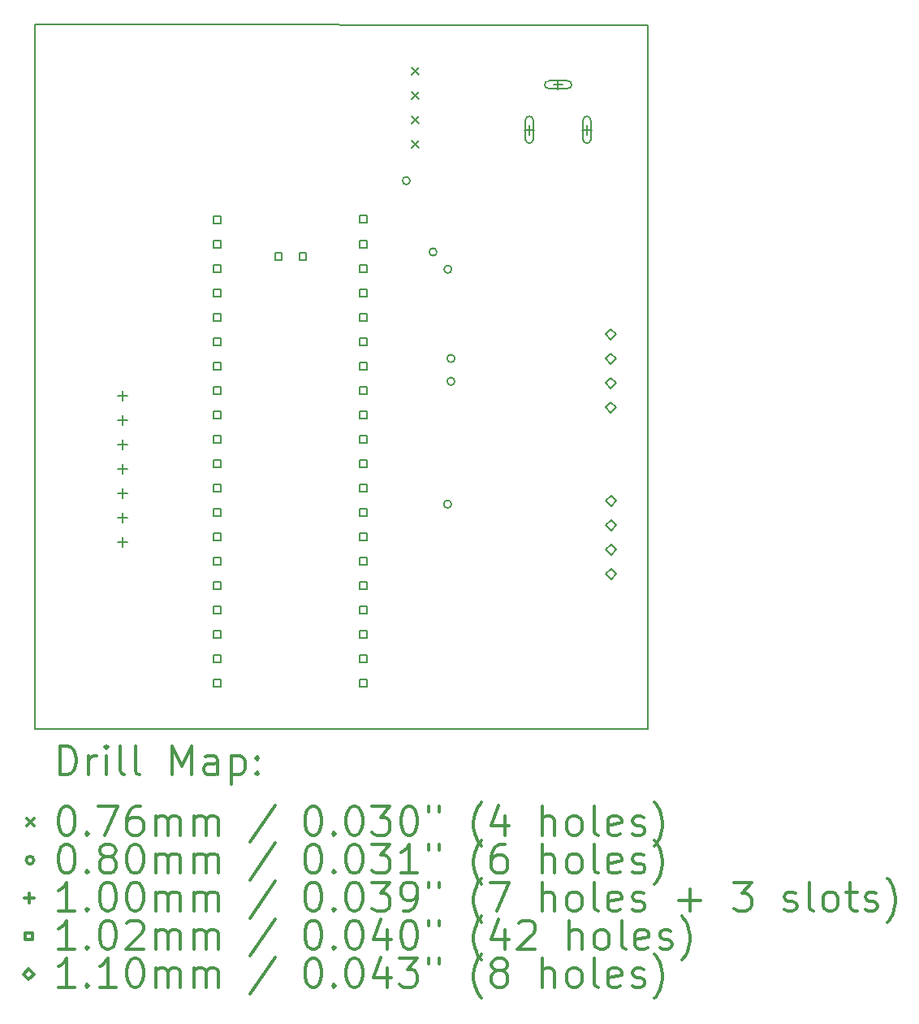
<source format=gbr>
%FSLAX45Y45*%
G04 Gerber Fmt 4.5, Leading zero omitted, Abs format (unit mm)*
G04 Created by KiCad (PCBNEW 4.0.7) date 03/22/18 21:02:01*
%MOMM*%
%LPD*%
G01*
G04 APERTURE LIST*
%ADD10C,0.127000*%
%ADD11C,0.150000*%
%ADD12C,0.200000*%
%ADD13C,0.300000*%
G04 APERTURE END LIST*
D10*
D11*
X-2500Y0D02*
X-7500Y7340000D01*
X6392500Y0D02*
X-2500Y0D01*
X6385000Y7332500D02*
X6392500Y0D01*
X-7500Y7340000D02*
X6385000Y7337500D01*
D12*
X3921900Y6891100D02*
X3998100Y6814900D01*
X3998100Y6891100D02*
X3921900Y6814900D01*
X3921900Y6637100D02*
X3998100Y6560900D01*
X3998100Y6637100D02*
X3921900Y6560900D01*
X3921900Y6383100D02*
X3998100Y6306900D01*
X3998100Y6383100D02*
X3921900Y6306900D01*
X3921900Y6129100D02*
X3998100Y6052900D01*
X3998100Y6129100D02*
X3921900Y6052900D01*
X3909087Y5714213D02*
G75*
G03X3909087Y5714213I-40000J0D01*
G01*
X4187922Y4972078D02*
G75*
G03X4187922Y4972078I-40000J0D01*
G01*
X4340000Y2345000D02*
G75*
G03X4340000Y2345000I-40000J0D01*
G01*
X4342585Y4792015D02*
G75*
G03X4342585Y4792015I-40000J0D01*
G01*
X4375000Y3862500D02*
G75*
G03X4375000Y3862500I-40000J0D01*
G01*
X4375000Y3625000D02*
G75*
G03X4375000Y3625000I-40000J0D01*
G01*
X907500Y3521000D02*
X907500Y3421000D01*
X857500Y3471000D02*
X957500Y3471000D01*
X907500Y3267000D02*
X907500Y3167000D01*
X857500Y3217000D02*
X957500Y3217000D01*
X907500Y3013000D02*
X907500Y2913000D01*
X857500Y2963000D02*
X957500Y2963000D01*
X907500Y2759000D02*
X907500Y2659000D01*
X857500Y2709000D02*
X957500Y2709000D01*
X907500Y2505000D02*
X907500Y2405000D01*
X857500Y2455000D02*
X957500Y2455000D01*
X907500Y2251000D02*
X907500Y2151000D01*
X857500Y2201000D02*
X957500Y2201000D01*
X907500Y1997000D02*
X907500Y1897000D01*
X857500Y1947000D02*
X957500Y1947000D01*
X5152500Y6295000D02*
X5152500Y6195000D01*
X5102500Y6245000D02*
X5202500Y6245000D01*
X5192500Y6145000D02*
X5192500Y6345000D01*
X5112500Y6145000D02*
X5112500Y6345000D01*
X5192500Y6345000D02*
G75*
G03X5112500Y6345000I-40000J0D01*
G01*
X5112500Y6145000D02*
G75*
G03X5192500Y6145000I40000J0D01*
G01*
X5452500Y6765000D02*
X5452500Y6665000D01*
X5402500Y6715000D02*
X5502500Y6715000D01*
X5552500Y6755000D02*
X5352500Y6755000D01*
X5552500Y6675000D02*
X5352500Y6675000D01*
X5352500Y6755000D02*
G75*
G03X5352500Y6675000I0J-40000D01*
G01*
X5552500Y6675000D02*
G75*
G03X5552500Y6755000I0J40000D01*
G01*
X5752500Y6295000D02*
X5752500Y6195000D01*
X5702500Y6245000D02*
X5802500Y6245000D01*
X5792500Y6145000D02*
X5792500Y6345000D01*
X5712500Y6145000D02*
X5712500Y6345000D01*
X5792500Y6345000D02*
G75*
G03X5712500Y6345000I-40000J0D01*
G01*
X5712500Y6145000D02*
G75*
G03X5792500Y6145000I40000J0D01*
G01*
X1934421Y5272579D02*
X1934421Y5344421D01*
X1862579Y5344421D01*
X1862579Y5272579D01*
X1934421Y5272579D01*
X1934421Y5018579D02*
X1934421Y5090421D01*
X1862579Y5090421D01*
X1862579Y5018579D01*
X1934421Y5018579D01*
X1934421Y4764579D02*
X1934421Y4836421D01*
X1862579Y4836421D01*
X1862579Y4764579D01*
X1934421Y4764579D01*
X1934421Y4510579D02*
X1934421Y4582421D01*
X1862579Y4582421D01*
X1862579Y4510579D01*
X1934421Y4510579D01*
X1934421Y4256579D02*
X1934421Y4328421D01*
X1862579Y4328421D01*
X1862579Y4256579D01*
X1934421Y4256579D01*
X1934421Y4002579D02*
X1934421Y4074421D01*
X1862579Y4074421D01*
X1862579Y4002579D01*
X1934421Y4002579D01*
X1934421Y3748579D02*
X1934421Y3820421D01*
X1862579Y3820421D01*
X1862579Y3748579D01*
X1934421Y3748579D01*
X1934421Y3494579D02*
X1934421Y3566421D01*
X1862579Y3566421D01*
X1862579Y3494579D01*
X1934421Y3494579D01*
X1934421Y3240579D02*
X1934421Y3312421D01*
X1862579Y3312421D01*
X1862579Y3240579D01*
X1934421Y3240579D01*
X1934421Y2986579D02*
X1934421Y3058421D01*
X1862579Y3058421D01*
X1862579Y2986579D01*
X1934421Y2986579D01*
X1934421Y2732579D02*
X1934421Y2804421D01*
X1862579Y2804421D01*
X1862579Y2732579D01*
X1934421Y2732579D01*
X1934421Y2478579D02*
X1934421Y2550421D01*
X1862579Y2550421D01*
X1862579Y2478579D01*
X1934421Y2478579D01*
X1934421Y2224579D02*
X1934421Y2296421D01*
X1862579Y2296421D01*
X1862579Y2224579D01*
X1934421Y2224579D01*
X1934421Y1970579D02*
X1934421Y2042421D01*
X1862579Y2042421D01*
X1862579Y1970579D01*
X1934421Y1970579D01*
X1934421Y1716579D02*
X1934421Y1788421D01*
X1862579Y1788421D01*
X1862579Y1716579D01*
X1934421Y1716579D01*
X1934421Y1462579D02*
X1934421Y1534421D01*
X1862579Y1534421D01*
X1862579Y1462579D01*
X1934421Y1462579D01*
X1934421Y1208579D02*
X1934421Y1280421D01*
X1862579Y1280421D01*
X1862579Y1208579D01*
X1934421Y1208579D01*
X1934421Y954579D02*
X1934421Y1026421D01*
X1862579Y1026421D01*
X1862579Y954579D01*
X1934421Y954579D01*
X1934421Y700579D02*
X1934421Y772421D01*
X1862579Y772421D01*
X1862579Y700579D01*
X1934421Y700579D01*
X1934421Y446579D02*
X1934421Y518421D01*
X1862579Y518421D01*
X1862579Y446579D01*
X1934421Y446579D01*
X2570421Y4891579D02*
X2570421Y4963421D01*
X2498579Y4963421D01*
X2498579Y4891579D01*
X2570421Y4891579D01*
X2824421Y4891579D02*
X2824421Y4963421D01*
X2752579Y4963421D01*
X2752579Y4891579D01*
X2824421Y4891579D01*
X3458421Y5277659D02*
X3458421Y5349501D01*
X3386579Y5349501D01*
X3386579Y5277659D01*
X3458421Y5277659D01*
X3458421Y5018579D02*
X3458421Y5090421D01*
X3386579Y5090421D01*
X3386579Y5018579D01*
X3458421Y5018579D01*
X3458421Y4764579D02*
X3458421Y4836421D01*
X3386579Y4836421D01*
X3386579Y4764579D01*
X3458421Y4764579D01*
X3458421Y4510579D02*
X3458421Y4582421D01*
X3386579Y4582421D01*
X3386579Y4510579D01*
X3458421Y4510579D01*
X3458421Y4256579D02*
X3458421Y4328421D01*
X3386579Y4328421D01*
X3386579Y4256579D01*
X3458421Y4256579D01*
X3458421Y4002579D02*
X3458421Y4074421D01*
X3386579Y4074421D01*
X3386579Y4002579D01*
X3458421Y4002579D01*
X3458421Y3748579D02*
X3458421Y3820421D01*
X3386579Y3820421D01*
X3386579Y3748579D01*
X3458421Y3748579D01*
X3458421Y3494579D02*
X3458421Y3566421D01*
X3386579Y3566421D01*
X3386579Y3494579D01*
X3458421Y3494579D01*
X3458421Y3240579D02*
X3458421Y3312421D01*
X3386579Y3312421D01*
X3386579Y3240579D01*
X3458421Y3240579D01*
X3458421Y2986579D02*
X3458421Y3058421D01*
X3386579Y3058421D01*
X3386579Y2986579D01*
X3458421Y2986579D01*
X3458421Y2732579D02*
X3458421Y2804421D01*
X3386579Y2804421D01*
X3386579Y2732579D01*
X3458421Y2732579D01*
X3458421Y2478579D02*
X3458421Y2550421D01*
X3386579Y2550421D01*
X3386579Y2478579D01*
X3458421Y2478579D01*
X3458421Y2224579D02*
X3458421Y2296421D01*
X3386579Y2296421D01*
X3386579Y2224579D01*
X3458421Y2224579D01*
X3458421Y1970579D02*
X3458421Y2042421D01*
X3386579Y2042421D01*
X3386579Y1970579D01*
X3458421Y1970579D01*
X3458421Y1716579D02*
X3458421Y1788421D01*
X3386579Y1788421D01*
X3386579Y1716579D01*
X3458421Y1716579D01*
X3458421Y1462579D02*
X3458421Y1534421D01*
X3386579Y1534421D01*
X3386579Y1462579D01*
X3458421Y1462579D01*
X3458421Y1208579D02*
X3458421Y1280421D01*
X3386579Y1280421D01*
X3386579Y1208579D01*
X3458421Y1208579D01*
X3458421Y954579D02*
X3458421Y1026421D01*
X3386579Y1026421D01*
X3386579Y954579D01*
X3458421Y954579D01*
X3458421Y700579D02*
X3458421Y772421D01*
X3386579Y772421D01*
X3386579Y700579D01*
X3458421Y700579D01*
X3458421Y446579D02*
X3458421Y518421D01*
X3386579Y518421D01*
X3386579Y446579D01*
X3458421Y446579D01*
X6002500Y4060636D02*
X6057364Y4115500D01*
X6002500Y4170364D01*
X5947636Y4115500D01*
X6002500Y4060636D01*
X6002500Y3806636D02*
X6057364Y3861500D01*
X6002500Y3916364D01*
X5947636Y3861500D01*
X6002500Y3806636D01*
X6002500Y3552636D02*
X6057364Y3607500D01*
X6002500Y3662364D01*
X5947636Y3607500D01*
X6002500Y3552636D01*
X6002500Y3298636D02*
X6057364Y3353500D01*
X6002500Y3408364D01*
X5947636Y3353500D01*
X6002500Y3298636D01*
X6005000Y2326636D02*
X6059864Y2381500D01*
X6005000Y2436364D01*
X5950136Y2381500D01*
X6005000Y2326636D01*
X6005000Y2072636D02*
X6059864Y2127500D01*
X6005000Y2182364D01*
X5950136Y2127500D01*
X6005000Y2072636D01*
X6005000Y1818636D02*
X6059864Y1873500D01*
X6005000Y1928364D01*
X5950136Y1873500D01*
X6005000Y1818636D01*
X6005000Y1564636D02*
X6059864Y1619500D01*
X6005000Y1674364D01*
X5950136Y1619500D01*
X6005000Y1564636D01*
D13*
X256428Y-473214D02*
X256428Y-173214D01*
X327857Y-173214D01*
X370714Y-187500D01*
X399286Y-216071D01*
X413571Y-244643D01*
X427857Y-301786D01*
X427857Y-344643D01*
X413571Y-401786D01*
X399286Y-430357D01*
X370714Y-458929D01*
X327857Y-473214D01*
X256428Y-473214D01*
X556429Y-473214D02*
X556429Y-273214D01*
X556429Y-330357D02*
X570714Y-301786D01*
X585000Y-287500D01*
X613571Y-273214D01*
X642143Y-273214D01*
X742143Y-473214D02*
X742143Y-273214D01*
X742143Y-173214D02*
X727857Y-187500D01*
X742143Y-201786D01*
X756428Y-187500D01*
X742143Y-173214D01*
X742143Y-201786D01*
X927857Y-473214D02*
X899286Y-458929D01*
X885000Y-430357D01*
X885000Y-173214D01*
X1085000Y-473214D02*
X1056429Y-458929D01*
X1042143Y-430357D01*
X1042143Y-173214D01*
X1427857Y-473214D02*
X1427857Y-173214D01*
X1527857Y-387500D01*
X1627857Y-173214D01*
X1627857Y-473214D01*
X1899286Y-473214D02*
X1899286Y-316072D01*
X1885000Y-287500D01*
X1856428Y-273214D01*
X1799286Y-273214D01*
X1770714Y-287500D01*
X1899286Y-458929D02*
X1870714Y-473214D01*
X1799286Y-473214D01*
X1770714Y-458929D01*
X1756428Y-430357D01*
X1756428Y-401786D01*
X1770714Y-373214D01*
X1799286Y-358929D01*
X1870714Y-358929D01*
X1899286Y-344643D01*
X2042143Y-273214D02*
X2042143Y-573214D01*
X2042143Y-287500D02*
X2070714Y-273214D01*
X2127857Y-273214D01*
X2156429Y-287500D01*
X2170714Y-301786D01*
X2185000Y-330357D01*
X2185000Y-416071D01*
X2170714Y-444643D01*
X2156429Y-458929D01*
X2127857Y-473214D01*
X2070714Y-473214D01*
X2042143Y-458929D01*
X2313571Y-444643D02*
X2327857Y-458929D01*
X2313571Y-473214D01*
X2299286Y-458929D01*
X2313571Y-444643D01*
X2313571Y-473214D01*
X2313571Y-287500D02*
X2327857Y-301786D01*
X2313571Y-316072D01*
X2299286Y-301786D01*
X2313571Y-287500D01*
X2313571Y-316072D01*
X-91200Y-929400D02*
X-15000Y-1005600D01*
X-15000Y-929400D02*
X-91200Y-1005600D01*
X313571Y-803214D02*
X342143Y-803214D01*
X370714Y-817500D01*
X385000Y-831786D01*
X399286Y-860357D01*
X413571Y-917500D01*
X413571Y-988929D01*
X399286Y-1046071D01*
X385000Y-1074643D01*
X370714Y-1088929D01*
X342143Y-1103214D01*
X313571Y-1103214D01*
X285000Y-1088929D01*
X270714Y-1074643D01*
X256428Y-1046071D01*
X242143Y-988929D01*
X242143Y-917500D01*
X256428Y-860357D01*
X270714Y-831786D01*
X285000Y-817500D01*
X313571Y-803214D01*
X542143Y-1074643D02*
X556429Y-1088929D01*
X542143Y-1103214D01*
X527857Y-1088929D01*
X542143Y-1074643D01*
X542143Y-1103214D01*
X656428Y-803214D02*
X856428Y-803214D01*
X727857Y-1103214D01*
X1099286Y-803214D02*
X1042143Y-803214D01*
X1013571Y-817500D01*
X999286Y-831786D01*
X970714Y-874643D01*
X956428Y-931786D01*
X956428Y-1046071D01*
X970714Y-1074643D01*
X985000Y-1088929D01*
X1013571Y-1103214D01*
X1070714Y-1103214D01*
X1099286Y-1088929D01*
X1113571Y-1074643D01*
X1127857Y-1046071D01*
X1127857Y-974643D01*
X1113571Y-946071D01*
X1099286Y-931786D01*
X1070714Y-917500D01*
X1013571Y-917500D01*
X985000Y-931786D01*
X970714Y-946071D01*
X956428Y-974643D01*
X1256429Y-1103214D02*
X1256429Y-903214D01*
X1256429Y-931786D02*
X1270714Y-917500D01*
X1299286Y-903214D01*
X1342143Y-903214D01*
X1370714Y-917500D01*
X1385000Y-946071D01*
X1385000Y-1103214D01*
X1385000Y-946071D02*
X1399286Y-917500D01*
X1427857Y-903214D01*
X1470714Y-903214D01*
X1499286Y-917500D01*
X1513571Y-946071D01*
X1513571Y-1103214D01*
X1656428Y-1103214D02*
X1656428Y-903214D01*
X1656428Y-931786D02*
X1670714Y-917500D01*
X1699286Y-903214D01*
X1742143Y-903214D01*
X1770714Y-917500D01*
X1785000Y-946071D01*
X1785000Y-1103214D01*
X1785000Y-946071D02*
X1799286Y-917500D01*
X1827857Y-903214D01*
X1870714Y-903214D01*
X1899286Y-917500D01*
X1913571Y-946071D01*
X1913571Y-1103214D01*
X2499286Y-788929D02*
X2242143Y-1174643D01*
X2885000Y-803214D02*
X2913571Y-803214D01*
X2942143Y-817500D01*
X2956428Y-831786D01*
X2970714Y-860357D01*
X2985000Y-917500D01*
X2985000Y-988929D01*
X2970714Y-1046071D01*
X2956428Y-1074643D01*
X2942143Y-1088929D01*
X2913571Y-1103214D01*
X2885000Y-1103214D01*
X2856428Y-1088929D01*
X2842143Y-1074643D01*
X2827857Y-1046071D01*
X2813571Y-988929D01*
X2813571Y-917500D01*
X2827857Y-860357D01*
X2842143Y-831786D01*
X2856428Y-817500D01*
X2885000Y-803214D01*
X3113571Y-1074643D02*
X3127857Y-1088929D01*
X3113571Y-1103214D01*
X3099286Y-1088929D01*
X3113571Y-1074643D01*
X3113571Y-1103214D01*
X3313571Y-803214D02*
X3342143Y-803214D01*
X3370714Y-817500D01*
X3385000Y-831786D01*
X3399285Y-860357D01*
X3413571Y-917500D01*
X3413571Y-988929D01*
X3399285Y-1046071D01*
X3385000Y-1074643D01*
X3370714Y-1088929D01*
X3342143Y-1103214D01*
X3313571Y-1103214D01*
X3285000Y-1088929D01*
X3270714Y-1074643D01*
X3256428Y-1046071D01*
X3242143Y-988929D01*
X3242143Y-917500D01*
X3256428Y-860357D01*
X3270714Y-831786D01*
X3285000Y-817500D01*
X3313571Y-803214D01*
X3513571Y-803214D02*
X3699285Y-803214D01*
X3599285Y-917500D01*
X3642143Y-917500D01*
X3670714Y-931786D01*
X3685000Y-946071D01*
X3699285Y-974643D01*
X3699285Y-1046071D01*
X3685000Y-1074643D01*
X3670714Y-1088929D01*
X3642143Y-1103214D01*
X3556428Y-1103214D01*
X3527857Y-1088929D01*
X3513571Y-1074643D01*
X3885000Y-803214D02*
X3913571Y-803214D01*
X3942143Y-817500D01*
X3956428Y-831786D01*
X3970714Y-860357D01*
X3985000Y-917500D01*
X3985000Y-988929D01*
X3970714Y-1046071D01*
X3956428Y-1074643D01*
X3942143Y-1088929D01*
X3913571Y-1103214D01*
X3885000Y-1103214D01*
X3856428Y-1088929D01*
X3842143Y-1074643D01*
X3827857Y-1046071D01*
X3813571Y-988929D01*
X3813571Y-917500D01*
X3827857Y-860357D01*
X3842143Y-831786D01*
X3856428Y-817500D01*
X3885000Y-803214D01*
X4099286Y-803214D02*
X4099286Y-860357D01*
X4213571Y-803214D02*
X4213571Y-860357D01*
X4656428Y-1217500D02*
X4642143Y-1203214D01*
X4613571Y-1160357D01*
X4599286Y-1131786D01*
X4585000Y-1088929D01*
X4570714Y-1017500D01*
X4570714Y-960357D01*
X4585000Y-888929D01*
X4599286Y-846071D01*
X4613571Y-817500D01*
X4642143Y-774643D01*
X4656428Y-760357D01*
X4899286Y-903214D02*
X4899286Y-1103214D01*
X4827857Y-788929D02*
X4756428Y-1003214D01*
X4942143Y-1003214D01*
X5285000Y-1103214D02*
X5285000Y-803214D01*
X5413571Y-1103214D02*
X5413571Y-946071D01*
X5399286Y-917500D01*
X5370714Y-903214D01*
X5327857Y-903214D01*
X5299286Y-917500D01*
X5285000Y-931786D01*
X5599285Y-1103214D02*
X5570714Y-1088929D01*
X5556428Y-1074643D01*
X5542143Y-1046071D01*
X5542143Y-960357D01*
X5556428Y-931786D01*
X5570714Y-917500D01*
X5599285Y-903214D01*
X5642143Y-903214D01*
X5670714Y-917500D01*
X5685000Y-931786D01*
X5699285Y-960357D01*
X5699285Y-1046071D01*
X5685000Y-1074643D01*
X5670714Y-1088929D01*
X5642143Y-1103214D01*
X5599285Y-1103214D01*
X5870714Y-1103214D02*
X5842143Y-1088929D01*
X5827857Y-1060357D01*
X5827857Y-803214D01*
X6099286Y-1088929D02*
X6070714Y-1103214D01*
X6013571Y-1103214D01*
X5985000Y-1088929D01*
X5970714Y-1060357D01*
X5970714Y-946071D01*
X5985000Y-917500D01*
X6013571Y-903214D01*
X6070714Y-903214D01*
X6099286Y-917500D01*
X6113571Y-946071D01*
X6113571Y-974643D01*
X5970714Y-1003214D01*
X6227857Y-1088929D02*
X6256428Y-1103214D01*
X6313571Y-1103214D01*
X6342143Y-1088929D01*
X6356428Y-1060357D01*
X6356428Y-1046071D01*
X6342143Y-1017500D01*
X6313571Y-1003214D01*
X6270714Y-1003214D01*
X6242143Y-988929D01*
X6227857Y-960357D01*
X6227857Y-946071D01*
X6242143Y-917500D01*
X6270714Y-903214D01*
X6313571Y-903214D01*
X6342143Y-917500D01*
X6456428Y-1217500D02*
X6470714Y-1203214D01*
X6499286Y-1160357D01*
X6513571Y-1131786D01*
X6527857Y-1088929D01*
X6542143Y-1017500D01*
X6542143Y-960357D01*
X6527857Y-888929D01*
X6513571Y-846071D01*
X6499286Y-817500D01*
X6470714Y-774643D01*
X6456428Y-760357D01*
X-15000Y-1363500D02*
G75*
G03X-15000Y-1363500I-40000J0D01*
G01*
X313571Y-1199214D02*
X342143Y-1199214D01*
X370714Y-1213500D01*
X385000Y-1227786D01*
X399286Y-1256357D01*
X413571Y-1313500D01*
X413571Y-1384929D01*
X399286Y-1442071D01*
X385000Y-1470643D01*
X370714Y-1484929D01*
X342143Y-1499214D01*
X313571Y-1499214D01*
X285000Y-1484929D01*
X270714Y-1470643D01*
X256428Y-1442071D01*
X242143Y-1384929D01*
X242143Y-1313500D01*
X256428Y-1256357D01*
X270714Y-1227786D01*
X285000Y-1213500D01*
X313571Y-1199214D01*
X542143Y-1470643D02*
X556429Y-1484929D01*
X542143Y-1499214D01*
X527857Y-1484929D01*
X542143Y-1470643D01*
X542143Y-1499214D01*
X727857Y-1327786D02*
X699286Y-1313500D01*
X685000Y-1299214D01*
X670714Y-1270643D01*
X670714Y-1256357D01*
X685000Y-1227786D01*
X699286Y-1213500D01*
X727857Y-1199214D01*
X785000Y-1199214D01*
X813571Y-1213500D01*
X827857Y-1227786D01*
X842143Y-1256357D01*
X842143Y-1270643D01*
X827857Y-1299214D01*
X813571Y-1313500D01*
X785000Y-1327786D01*
X727857Y-1327786D01*
X699286Y-1342072D01*
X685000Y-1356357D01*
X670714Y-1384929D01*
X670714Y-1442071D01*
X685000Y-1470643D01*
X699286Y-1484929D01*
X727857Y-1499214D01*
X785000Y-1499214D01*
X813571Y-1484929D01*
X827857Y-1470643D01*
X842143Y-1442071D01*
X842143Y-1384929D01*
X827857Y-1356357D01*
X813571Y-1342072D01*
X785000Y-1327786D01*
X1027857Y-1199214D02*
X1056429Y-1199214D01*
X1085000Y-1213500D01*
X1099286Y-1227786D01*
X1113571Y-1256357D01*
X1127857Y-1313500D01*
X1127857Y-1384929D01*
X1113571Y-1442071D01*
X1099286Y-1470643D01*
X1085000Y-1484929D01*
X1056429Y-1499214D01*
X1027857Y-1499214D01*
X999286Y-1484929D01*
X985000Y-1470643D01*
X970714Y-1442071D01*
X956428Y-1384929D01*
X956428Y-1313500D01*
X970714Y-1256357D01*
X985000Y-1227786D01*
X999286Y-1213500D01*
X1027857Y-1199214D01*
X1256429Y-1499214D02*
X1256429Y-1299214D01*
X1256429Y-1327786D02*
X1270714Y-1313500D01*
X1299286Y-1299214D01*
X1342143Y-1299214D01*
X1370714Y-1313500D01*
X1385000Y-1342072D01*
X1385000Y-1499214D01*
X1385000Y-1342072D02*
X1399286Y-1313500D01*
X1427857Y-1299214D01*
X1470714Y-1299214D01*
X1499286Y-1313500D01*
X1513571Y-1342072D01*
X1513571Y-1499214D01*
X1656428Y-1499214D02*
X1656428Y-1299214D01*
X1656428Y-1327786D02*
X1670714Y-1313500D01*
X1699286Y-1299214D01*
X1742143Y-1299214D01*
X1770714Y-1313500D01*
X1785000Y-1342072D01*
X1785000Y-1499214D01*
X1785000Y-1342072D02*
X1799286Y-1313500D01*
X1827857Y-1299214D01*
X1870714Y-1299214D01*
X1899286Y-1313500D01*
X1913571Y-1342072D01*
X1913571Y-1499214D01*
X2499286Y-1184929D02*
X2242143Y-1570643D01*
X2885000Y-1199214D02*
X2913571Y-1199214D01*
X2942143Y-1213500D01*
X2956428Y-1227786D01*
X2970714Y-1256357D01*
X2985000Y-1313500D01*
X2985000Y-1384929D01*
X2970714Y-1442071D01*
X2956428Y-1470643D01*
X2942143Y-1484929D01*
X2913571Y-1499214D01*
X2885000Y-1499214D01*
X2856428Y-1484929D01*
X2842143Y-1470643D01*
X2827857Y-1442071D01*
X2813571Y-1384929D01*
X2813571Y-1313500D01*
X2827857Y-1256357D01*
X2842143Y-1227786D01*
X2856428Y-1213500D01*
X2885000Y-1199214D01*
X3113571Y-1470643D02*
X3127857Y-1484929D01*
X3113571Y-1499214D01*
X3099286Y-1484929D01*
X3113571Y-1470643D01*
X3113571Y-1499214D01*
X3313571Y-1199214D02*
X3342143Y-1199214D01*
X3370714Y-1213500D01*
X3385000Y-1227786D01*
X3399285Y-1256357D01*
X3413571Y-1313500D01*
X3413571Y-1384929D01*
X3399285Y-1442071D01*
X3385000Y-1470643D01*
X3370714Y-1484929D01*
X3342143Y-1499214D01*
X3313571Y-1499214D01*
X3285000Y-1484929D01*
X3270714Y-1470643D01*
X3256428Y-1442071D01*
X3242143Y-1384929D01*
X3242143Y-1313500D01*
X3256428Y-1256357D01*
X3270714Y-1227786D01*
X3285000Y-1213500D01*
X3313571Y-1199214D01*
X3513571Y-1199214D02*
X3699285Y-1199214D01*
X3599285Y-1313500D01*
X3642143Y-1313500D01*
X3670714Y-1327786D01*
X3685000Y-1342072D01*
X3699285Y-1370643D01*
X3699285Y-1442071D01*
X3685000Y-1470643D01*
X3670714Y-1484929D01*
X3642143Y-1499214D01*
X3556428Y-1499214D01*
X3527857Y-1484929D01*
X3513571Y-1470643D01*
X3985000Y-1499214D02*
X3813571Y-1499214D01*
X3899285Y-1499214D02*
X3899285Y-1199214D01*
X3870714Y-1242072D01*
X3842143Y-1270643D01*
X3813571Y-1284929D01*
X4099286Y-1199214D02*
X4099286Y-1256357D01*
X4213571Y-1199214D02*
X4213571Y-1256357D01*
X4656428Y-1613500D02*
X4642143Y-1599214D01*
X4613571Y-1556357D01*
X4599286Y-1527786D01*
X4585000Y-1484929D01*
X4570714Y-1413500D01*
X4570714Y-1356357D01*
X4585000Y-1284929D01*
X4599286Y-1242072D01*
X4613571Y-1213500D01*
X4642143Y-1170643D01*
X4656428Y-1156357D01*
X4899286Y-1199214D02*
X4842143Y-1199214D01*
X4813571Y-1213500D01*
X4799286Y-1227786D01*
X4770714Y-1270643D01*
X4756428Y-1327786D01*
X4756428Y-1442071D01*
X4770714Y-1470643D01*
X4785000Y-1484929D01*
X4813571Y-1499214D01*
X4870714Y-1499214D01*
X4899286Y-1484929D01*
X4913571Y-1470643D01*
X4927857Y-1442071D01*
X4927857Y-1370643D01*
X4913571Y-1342072D01*
X4899286Y-1327786D01*
X4870714Y-1313500D01*
X4813571Y-1313500D01*
X4785000Y-1327786D01*
X4770714Y-1342072D01*
X4756428Y-1370643D01*
X5285000Y-1499214D02*
X5285000Y-1199214D01*
X5413571Y-1499214D02*
X5413571Y-1342072D01*
X5399286Y-1313500D01*
X5370714Y-1299214D01*
X5327857Y-1299214D01*
X5299286Y-1313500D01*
X5285000Y-1327786D01*
X5599285Y-1499214D02*
X5570714Y-1484929D01*
X5556428Y-1470643D01*
X5542143Y-1442071D01*
X5542143Y-1356357D01*
X5556428Y-1327786D01*
X5570714Y-1313500D01*
X5599285Y-1299214D01*
X5642143Y-1299214D01*
X5670714Y-1313500D01*
X5685000Y-1327786D01*
X5699285Y-1356357D01*
X5699285Y-1442071D01*
X5685000Y-1470643D01*
X5670714Y-1484929D01*
X5642143Y-1499214D01*
X5599285Y-1499214D01*
X5870714Y-1499214D02*
X5842143Y-1484929D01*
X5827857Y-1456357D01*
X5827857Y-1199214D01*
X6099286Y-1484929D02*
X6070714Y-1499214D01*
X6013571Y-1499214D01*
X5985000Y-1484929D01*
X5970714Y-1456357D01*
X5970714Y-1342072D01*
X5985000Y-1313500D01*
X6013571Y-1299214D01*
X6070714Y-1299214D01*
X6099286Y-1313500D01*
X6113571Y-1342072D01*
X6113571Y-1370643D01*
X5970714Y-1399214D01*
X6227857Y-1484929D02*
X6256428Y-1499214D01*
X6313571Y-1499214D01*
X6342143Y-1484929D01*
X6356428Y-1456357D01*
X6356428Y-1442071D01*
X6342143Y-1413500D01*
X6313571Y-1399214D01*
X6270714Y-1399214D01*
X6242143Y-1384929D01*
X6227857Y-1356357D01*
X6227857Y-1342072D01*
X6242143Y-1313500D01*
X6270714Y-1299214D01*
X6313571Y-1299214D01*
X6342143Y-1313500D01*
X6456428Y-1613500D02*
X6470714Y-1599214D01*
X6499286Y-1556357D01*
X6513571Y-1527786D01*
X6527857Y-1484929D01*
X6542143Y-1413500D01*
X6542143Y-1356357D01*
X6527857Y-1284929D01*
X6513571Y-1242072D01*
X6499286Y-1213500D01*
X6470714Y-1170643D01*
X6456428Y-1156357D01*
X-65000Y-1709500D02*
X-65000Y-1809500D01*
X-115000Y-1759500D02*
X-15000Y-1759500D01*
X413571Y-1895214D02*
X242143Y-1895214D01*
X327857Y-1895214D02*
X327857Y-1595214D01*
X299286Y-1638071D01*
X270714Y-1666643D01*
X242143Y-1680929D01*
X542143Y-1866643D02*
X556429Y-1880929D01*
X542143Y-1895214D01*
X527857Y-1880929D01*
X542143Y-1866643D01*
X542143Y-1895214D01*
X742143Y-1595214D02*
X770714Y-1595214D01*
X799286Y-1609500D01*
X813571Y-1623786D01*
X827857Y-1652357D01*
X842143Y-1709500D01*
X842143Y-1780929D01*
X827857Y-1838071D01*
X813571Y-1866643D01*
X799286Y-1880929D01*
X770714Y-1895214D01*
X742143Y-1895214D01*
X713571Y-1880929D01*
X699286Y-1866643D01*
X685000Y-1838071D01*
X670714Y-1780929D01*
X670714Y-1709500D01*
X685000Y-1652357D01*
X699286Y-1623786D01*
X713571Y-1609500D01*
X742143Y-1595214D01*
X1027857Y-1595214D02*
X1056429Y-1595214D01*
X1085000Y-1609500D01*
X1099286Y-1623786D01*
X1113571Y-1652357D01*
X1127857Y-1709500D01*
X1127857Y-1780929D01*
X1113571Y-1838071D01*
X1099286Y-1866643D01*
X1085000Y-1880929D01*
X1056429Y-1895214D01*
X1027857Y-1895214D01*
X999286Y-1880929D01*
X985000Y-1866643D01*
X970714Y-1838071D01*
X956428Y-1780929D01*
X956428Y-1709500D01*
X970714Y-1652357D01*
X985000Y-1623786D01*
X999286Y-1609500D01*
X1027857Y-1595214D01*
X1256429Y-1895214D02*
X1256429Y-1695214D01*
X1256429Y-1723786D02*
X1270714Y-1709500D01*
X1299286Y-1695214D01*
X1342143Y-1695214D01*
X1370714Y-1709500D01*
X1385000Y-1738071D01*
X1385000Y-1895214D01*
X1385000Y-1738071D02*
X1399286Y-1709500D01*
X1427857Y-1695214D01*
X1470714Y-1695214D01*
X1499286Y-1709500D01*
X1513571Y-1738071D01*
X1513571Y-1895214D01*
X1656428Y-1895214D02*
X1656428Y-1695214D01*
X1656428Y-1723786D02*
X1670714Y-1709500D01*
X1699286Y-1695214D01*
X1742143Y-1695214D01*
X1770714Y-1709500D01*
X1785000Y-1738071D01*
X1785000Y-1895214D01*
X1785000Y-1738071D02*
X1799286Y-1709500D01*
X1827857Y-1695214D01*
X1870714Y-1695214D01*
X1899286Y-1709500D01*
X1913571Y-1738071D01*
X1913571Y-1895214D01*
X2499286Y-1580929D02*
X2242143Y-1966643D01*
X2885000Y-1595214D02*
X2913571Y-1595214D01*
X2942143Y-1609500D01*
X2956428Y-1623786D01*
X2970714Y-1652357D01*
X2985000Y-1709500D01*
X2985000Y-1780929D01*
X2970714Y-1838071D01*
X2956428Y-1866643D01*
X2942143Y-1880929D01*
X2913571Y-1895214D01*
X2885000Y-1895214D01*
X2856428Y-1880929D01*
X2842143Y-1866643D01*
X2827857Y-1838071D01*
X2813571Y-1780929D01*
X2813571Y-1709500D01*
X2827857Y-1652357D01*
X2842143Y-1623786D01*
X2856428Y-1609500D01*
X2885000Y-1595214D01*
X3113571Y-1866643D02*
X3127857Y-1880929D01*
X3113571Y-1895214D01*
X3099286Y-1880929D01*
X3113571Y-1866643D01*
X3113571Y-1895214D01*
X3313571Y-1595214D02*
X3342143Y-1595214D01*
X3370714Y-1609500D01*
X3385000Y-1623786D01*
X3399285Y-1652357D01*
X3413571Y-1709500D01*
X3413571Y-1780929D01*
X3399285Y-1838071D01*
X3385000Y-1866643D01*
X3370714Y-1880929D01*
X3342143Y-1895214D01*
X3313571Y-1895214D01*
X3285000Y-1880929D01*
X3270714Y-1866643D01*
X3256428Y-1838071D01*
X3242143Y-1780929D01*
X3242143Y-1709500D01*
X3256428Y-1652357D01*
X3270714Y-1623786D01*
X3285000Y-1609500D01*
X3313571Y-1595214D01*
X3513571Y-1595214D02*
X3699285Y-1595214D01*
X3599285Y-1709500D01*
X3642143Y-1709500D01*
X3670714Y-1723786D01*
X3685000Y-1738071D01*
X3699285Y-1766643D01*
X3699285Y-1838071D01*
X3685000Y-1866643D01*
X3670714Y-1880929D01*
X3642143Y-1895214D01*
X3556428Y-1895214D01*
X3527857Y-1880929D01*
X3513571Y-1866643D01*
X3842143Y-1895214D02*
X3899285Y-1895214D01*
X3927857Y-1880929D01*
X3942143Y-1866643D01*
X3970714Y-1823786D01*
X3985000Y-1766643D01*
X3985000Y-1652357D01*
X3970714Y-1623786D01*
X3956428Y-1609500D01*
X3927857Y-1595214D01*
X3870714Y-1595214D01*
X3842143Y-1609500D01*
X3827857Y-1623786D01*
X3813571Y-1652357D01*
X3813571Y-1723786D01*
X3827857Y-1752357D01*
X3842143Y-1766643D01*
X3870714Y-1780929D01*
X3927857Y-1780929D01*
X3956428Y-1766643D01*
X3970714Y-1752357D01*
X3985000Y-1723786D01*
X4099286Y-1595214D02*
X4099286Y-1652357D01*
X4213571Y-1595214D02*
X4213571Y-1652357D01*
X4656428Y-2009500D02*
X4642143Y-1995214D01*
X4613571Y-1952357D01*
X4599286Y-1923786D01*
X4585000Y-1880929D01*
X4570714Y-1809500D01*
X4570714Y-1752357D01*
X4585000Y-1680929D01*
X4599286Y-1638071D01*
X4613571Y-1609500D01*
X4642143Y-1566643D01*
X4656428Y-1552357D01*
X4742143Y-1595214D02*
X4942143Y-1595214D01*
X4813571Y-1895214D01*
X5285000Y-1895214D02*
X5285000Y-1595214D01*
X5413571Y-1895214D02*
X5413571Y-1738071D01*
X5399286Y-1709500D01*
X5370714Y-1695214D01*
X5327857Y-1695214D01*
X5299286Y-1709500D01*
X5285000Y-1723786D01*
X5599285Y-1895214D02*
X5570714Y-1880929D01*
X5556428Y-1866643D01*
X5542143Y-1838071D01*
X5542143Y-1752357D01*
X5556428Y-1723786D01*
X5570714Y-1709500D01*
X5599285Y-1695214D01*
X5642143Y-1695214D01*
X5670714Y-1709500D01*
X5685000Y-1723786D01*
X5699285Y-1752357D01*
X5699285Y-1838071D01*
X5685000Y-1866643D01*
X5670714Y-1880929D01*
X5642143Y-1895214D01*
X5599285Y-1895214D01*
X5870714Y-1895214D02*
X5842143Y-1880929D01*
X5827857Y-1852357D01*
X5827857Y-1595214D01*
X6099286Y-1880929D02*
X6070714Y-1895214D01*
X6013571Y-1895214D01*
X5985000Y-1880929D01*
X5970714Y-1852357D01*
X5970714Y-1738071D01*
X5985000Y-1709500D01*
X6013571Y-1695214D01*
X6070714Y-1695214D01*
X6099286Y-1709500D01*
X6113571Y-1738071D01*
X6113571Y-1766643D01*
X5970714Y-1795214D01*
X6227857Y-1880929D02*
X6256428Y-1895214D01*
X6313571Y-1895214D01*
X6342143Y-1880929D01*
X6356428Y-1852357D01*
X6356428Y-1838071D01*
X6342143Y-1809500D01*
X6313571Y-1795214D01*
X6270714Y-1795214D01*
X6242143Y-1780929D01*
X6227857Y-1752357D01*
X6227857Y-1738071D01*
X6242143Y-1709500D01*
X6270714Y-1695214D01*
X6313571Y-1695214D01*
X6342143Y-1709500D01*
X6713571Y-1780929D02*
X6942143Y-1780929D01*
X6827857Y-1895214D02*
X6827857Y-1666643D01*
X7285000Y-1595214D02*
X7470714Y-1595214D01*
X7370714Y-1709500D01*
X7413571Y-1709500D01*
X7442143Y-1723786D01*
X7456428Y-1738071D01*
X7470714Y-1766643D01*
X7470714Y-1838071D01*
X7456428Y-1866643D01*
X7442143Y-1880929D01*
X7413571Y-1895214D01*
X7327857Y-1895214D01*
X7299286Y-1880929D01*
X7285000Y-1866643D01*
X7813571Y-1880929D02*
X7842143Y-1895214D01*
X7899285Y-1895214D01*
X7927857Y-1880929D01*
X7942143Y-1852357D01*
X7942143Y-1838071D01*
X7927857Y-1809500D01*
X7899285Y-1795214D01*
X7856428Y-1795214D01*
X7827857Y-1780929D01*
X7813571Y-1752357D01*
X7813571Y-1738071D01*
X7827857Y-1709500D01*
X7856428Y-1695214D01*
X7899285Y-1695214D01*
X7927857Y-1709500D01*
X8113571Y-1895214D02*
X8085000Y-1880929D01*
X8070714Y-1852357D01*
X8070714Y-1595214D01*
X8270714Y-1895214D02*
X8242143Y-1880929D01*
X8227857Y-1866643D01*
X8213571Y-1838071D01*
X8213571Y-1752357D01*
X8227857Y-1723786D01*
X8242143Y-1709500D01*
X8270714Y-1695214D01*
X8313571Y-1695214D01*
X8342143Y-1709500D01*
X8356428Y-1723786D01*
X8370714Y-1752357D01*
X8370714Y-1838071D01*
X8356428Y-1866643D01*
X8342143Y-1880929D01*
X8313571Y-1895214D01*
X8270714Y-1895214D01*
X8456428Y-1695214D02*
X8570714Y-1695214D01*
X8499286Y-1595214D02*
X8499286Y-1852357D01*
X8513571Y-1880929D01*
X8542143Y-1895214D01*
X8570714Y-1895214D01*
X8656429Y-1880929D02*
X8685000Y-1895214D01*
X8742143Y-1895214D01*
X8770714Y-1880929D01*
X8785000Y-1852357D01*
X8785000Y-1838071D01*
X8770714Y-1809500D01*
X8742143Y-1795214D01*
X8699286Y-1795214D01*
X8670714Y-1780929D01*
X8656429Y-1752357D01*
X8656429Y-1738071D01*
X8670714Y-1709500D01*
X8699286Y-1695214D01*
X8742143Y-1695214D01*
X8770714Y-1709500D01*
X8885000Y-2009500D02*
X8899286Y-1995214D01*
X8927857Y-1952357D01*
X8942143Y-1923786D01*
X8956428Y-1880929D01*
X8970714Y-1809500D01*
X8970714Y-1752357D01*
X8956428Y-1680929D01*
X8942143Y-1638071D01*
X8927857Y-1609500D01*
X8899286Y-1566643D01*
X8885000Y-1552357D01*
X-29879Y-2191422D02*
X-29879Y-2119579D01*
X-101721Y-2119579D01*
X-101721Y-2191422D01*
X-29879Y-2191422D01*
X413571Y-2291214D02*
X242143Y-2291214D01*
X327857Y-2291214D02*
X327857Y-1991214D01*
X299286Y-2034071D01*
X270714Y-2062643D01*
X242143Y-2076929D01*
X542143Y-2262643D02*
X556429Y-2276929D01*
X542143Y-2291214D01*
X527857Y-2276929D01*
X542143Y-2262643D01*
X542143Y-2291214D01*
X742143Y-1991214D02*
X770714Y-1991214D01*
X799286Y-2005500D01*
X813571Y-2019786D01*
X827857Y-2048357D01*
X842143Y-2105500D01*
X842143Y-2176929D01*
X827857Y-2234072D01*
X813571Y-2262643D01*
X799286Y-2276929D01*
X770714Y-2291214D01*
X742143Y-2291214D01*
X713571Y-2276929D01*
X699286Y-2262643D01*
X685000Y-2234072D01*
X670714Y-2176929D01*
X670714Y-2105500D01*
X685000Y-2048357D01*
X699286Y-2019786D01*
X713571Y-2005500D01*
X742143Y-1991214D01*
X956428Y-2019786D02*
X970714Y-2005500D01*
X999286Y-1991214D01*
X1070714Y-1991214D01*
X1099286Y-2005500D01*
X1113571Y-2019786D01*
X1127857Y-2048357D01*
X1127857Y-2076929D01*
X1113571Y-2119786D01*
X942143Y-2291214D01*
X1127857Y-2291214D01*
X1256429Y-2291214D02*
X1256429Y-2091214D01*
X1256429Y-2119786D02*
X1270714Y-2105500D01*
X1299286Y-2091214D01*
X1342143Y-2091214D01*
X1370714Y-2105500D01*
X1385000Y-2134072D01*
X1385000Y-2291214D01*
X1385000Y-2134072D02*
X1399286Y-2105500D01*
X1427857Y-2091214D01*
X1470714Y-2091214D01*
X1499286Y-2105500D01*
X1513571Y-2134072D01*
X1513571Y-2291214D01*
X1656428Y-2291214D02*
X1656428Y-2091214D01*
X1656428Y-2119786D02*
X1670714Y-2105500D01*
X1699286Y-2091214D01*
X1742143Y-2091214D01*
X1770714Y-2105500D01*
X1785000Y-2134072D01*
X1785000Y-2291214D01*
X1785000Y-2134072D02*
X1799286Y-2105500D01*
X1827857Y-2091214D01*
X1870714Y-2091214D01*
X1899286Y-2105500D01*
X1913571Y-2134072D01*
X1913571Y-2291214D01*
X2499286Y-1976929D02*
X2242143Y-2362643D01*
X2885000Y-1991214D02*
X2913571Y-1991214D01*
X2942143Y-2005500D01*
X2956428Y-2019786D01*
X2970714Y-2048357D01*
X2985000Y-2105500D01*
X2985000Y-2176929D01*
X2970714Y-2234072D01*
X2956428Y-2262643D01*
X2942143Y-2276929D01*
X2913571Y-2291214D01*
X2885000Y-2291214D01*
X2856428Y-2276929D01*
X2842143Y-2262643D01*
X2827857Y-2234072D01*
X2813571Y-2176929D01*
X2813571Y-2105500D01*
X2827857Y-2048357D01*
X2842143Y-2019786D01*
X2856428Y-2005500D01*
X2885000Y-1991214D01*
X3113571Y-2262643D02*
X3127857Y-2276929D01*
X3113571Y-2291214D01*
X3099286Y-2276929D01*
X3113571Y-2262643D01*
X3113571Y-2291214D01*
X3313571Y-1991214D02*
X3342143Y-1991214D01*
X3370714Y-2005500D01*
X3385000Y-2019786D01*
X3399285Y-2048357D01*
X3413571Y-2105500D01*
X3413571Y-2176929D01*
X3399285Y-2234072D01*
X3385000Y-2262643D01*
X3370714Y-2276929D01*
X3342143Y-2291214D01*
X3313571Y-2291214D01*
X3285000Y-2276929D01*
X3270714Y-2262643D01*
X3256428Y-2234072D01*
X3242143Y-2176929D01*
X3242143Y-2105500D01*
X3256428Y-2048357D01*
X3270714Y-2019786D01*
X3285000Y-2005500D01*
X3313571Y-1991214D01*
X3670714Y-2091214D02*
X3670714Y-2291214D01*
X3599285Y-1976929D02*
X3527857Y-2191214D01*
X3713571Y-2191214D01*
X3885000Y-1991214D02*
X3913571Y-1991214D01*
X3942143Y-2005500D01*
X3956428Y-2019786D01*
X3970714Y-2048357D01*
X3985000Y-2105500D01*
X3985000Y-2176929D01*
X3970714Y-2234072D01*
X3956428Y-2262643D01*
X3942143Y-2276929D01*
X3913571Y-2291214D01*
X3885000Y-2291214D01*
X3856428Y-2276929D01*
X3842143Y-2262643D01*
X3827857Y-2234072D01*
X3813571Y-2176929D01*
X3813571Y-2105500D01*
X3827857Y-2048357D01*
X3842143Y-2019786D01*
X3856428Y-2005500D01*
X3885000Y-1991214D01*
X4099286Y-1991214D02*
X4099286Y-2048357D01*
X4213571Y-1991214D02*
X4213571Y-2048357D01*
X4656428Y-2405500D02*
X4642143Y-2391214D01*
X4613571Y-2348357D01*
X4599286Y-2319786D01*
X4585000Y-2276929D01*
X4570714Y-2205500D01*
X4570714Y-2148357D01*
X4585000Y-2076929D01*
X4599286Y-2034071D01*
X4613571Y-2005500D01*
X4642143Y-1962643D01*
X4656428Y-1948357D01*
X4899286Y-2091214D02*
X4899286Y-2291214D01*
X4827857Y-1976929D02*
X4756428Y-2191214D01*
X4942143Y-2191214D01*
X5042143Y-2019786D02*
X5056428Y-2005500D01*
X5085000Y-1991214D01*
X5156428Y-1991214D01*
X5185000Y-2005500D01*
X5199286Y-2019786D01*
X5213571Y-2048357D01*
X5213571Y-2076929D01*
X5199286Y-2119786D01*
X5027857Y-2291214D01*
X5213571Y-2291214D01*
X5570714Y-2291214D02*
X5570714Y-1991214D01*
X5699285Y-2291214D02*
X5699285Y-2134072D01*
X5685000Y-2105500D01*
X5656428Y-2091214D01*
X5613571Y-2091214D01*
X5585000Y-2105500D01*
X5570714Y-2119786D01*
X5885000Y-2291214D02*
X5856428Y-2276929D01*
X5842143Y-2262643D01*
X5827857Y-2234072D01*
X5827857Y-2148357D01*
X5842143Y-2119786D01*
X5856428Y-2105500D01*
X5885000Y-2091214D01*
X5927857Y-2091214D01*
X5956428Y-2105500D01*
X5970714Y-2119786D01*
X5985000Y-2148357D01*
X5985000Y-2234072D01*
X5970714Y-2262643D01*
X5956428Y-2276929D01*
X5927857Y-2291214D01*
X5885000Y-2291214D01*
X6156428Y-2291214D02*
X6127857Y-2276929D01*
X6113571Y-2248357D01*
X6113571Y-1991214D01*
X6385000Y-2276929D02*
X6356428Y-2291214D01*
X6299286Y-2291214D01*
X6270714Y-2276929D01*
X6256428Y-2248357D01*
X6256428Y-2134072D01*
X6270714Y-2105500D01*
X6299286Y-2091214D01*
X6356428Y-2091214D01*
X6385000Y-2105500D01*
X6399286Y-2134072D01*
X6399286Y-2162643D01*
X6256428Y-2191214D01*
X6513571Y-2276929D02*
X6542143Y-2291214D01*
X6599286Y-2291214D01*
X6627857Y-2276929D01*
X6642143Y-2248357D01*
X6642143Y-2234072D01*
X6627857Y-2205500D01*
X6599286Y-2191214D01*
X6556428Y-2191214D01*
X6527857Y-2176929D01*
X6513571Y-2148357D01*
X6513571Y-2134072D01*
X6527857Y-2105500D01*
X6556428Y-2091214D01*
X6599286Y-2091214D01*
X6627857Y-2105500D01*
X6742143Y-2405500D02*
X6756428Y-2391214D01*
X6785000Y-2348357D01*
X6799286Y-2319786D01*
X6813571Y-2276929D01*
X6827857Y-2205500D01*
X6827857Y-2148357D01*
X6813571Y-2076929D01*
X6799286Y-2034071D01*
X6785000Y-2005500D01*
X6756428Y-1962643D01*
X6742143Y-1948357D01*
X-69864Y-2606364D02*
X-15000Y-2551500D01*
X-69864Y-2496636D01*
X-124728Y-2551500D01*
X-69864Y-2606364D01*
X413571Y-2687214D02*
X242143Y-2687214D01*
X327857Y-2687214D02*
X327857Y-2387214D01*
X299286Y-2430072D01*
X270714Y-2458643D01*
X242143Y-2472929D01*
X542143Y-2658643D02*
X556429Y-2672929D01*
X542143Y-2687214D01*
X527857Y-2672929D01*
X542143Y-2658643D01*
X542143Y-2687214D01*
X842143Y-2687214D02*
X670714Y-2687214D01*
X756428Y-2687214D02*
X756428Y-2387214D01*
X727857Y-2430072D01*
X699286Y-2458643D01*
X670714Y-2472929D01*
X1027857Y-2387214D02*
X1056429Y-2387214D01*
X1085000Y-2401500D01*
X1099286Y-2415786D01*
X1113571Y-2444357D01*
X1127857Y-2501500D01*
X1127857Y-2572929D01*
X1113571Y-2630072D01*
X1099286Y-2658643D01*
X1085000Y-2672929D01*
X1056429Y-2687214D01*
X1027857Y-2687214D01*
X999286Y-2672929D01*
X985000Y-2658643D01*
X970714Y-2630072D01*
X956428Y-2572929D01*
X956428Y-2501500D01*
X970714Y-2444357D01*
X985000Y-2415786D01*
X999286Y-2401500D01*
X1027857Y-2387214D01*
X1256429Y-2687214D02*
X1256429Y-2487214D01*
X1256429Y-2515786D02*
X1270714Y-2501500D01*
X1299286Y-2487214D01*
X1342143Y-2487214D01*
X1370714Y-2501500D01*
X1385000Y-2530072D01*
X1385000Y-2687214D01*
X1385000Y-2530072D02*
X1399286Y-2501500D01*
X1427857Y-2487214D01*
X1470714Y-2487214D01*
X1499286Y-2501500D01*
X1513571Y-2530072D01*
X1513571Y-2687214D01*
X1656428Y-2687214D02*
X1656428Y-2487214D01*
X1656428Y-2515786D02*
X1670714Y-2501500D01*
X1699286Y-2487214D01*
X1742143Y-2487214D01*
X1770714Y-2501500D01*
X1785000Y-2530072D01*
X1785000Y-2687214D01*
X1785000Y-2530072D02*
X1799286Y-2501500D01*
X1827857Y-2487214D01*
X1870714Y-2487214D01*
X1899286Y-2501500D01*
X1913571Y-2530072D01*
X1913571Y-2687214D01*
X2499286Y-2372929D02*
X2242143Y-2758643D01*
X2885000Y-2387214D02*
X2913571Y-2387214D01*
X2942143Y-2401500D01*
X2956428Y-2415786D01*
X2970714Y-2444357D01*
X2985000Y-2501500D01*
X2985000Y-2572929D01*
X2970714Y-2630072D01*
X2956428Y-2658643D01*
X2942143Y-2672929D01*
X2913571Y-2687214D01*
X2885000Y-2687214D01*
X2856428Y-2672929D01*
X2842143Y-2658643D01*
X2827857Y-2630072D01*
X2813571Y-2572929D01*
X2813571Y-2501500D01*
X2827857Y-2444357D01*
X2842143Y-2415786D01*
X2856428Y-2401500D01*
X2885000Y-2387214D01*
X3113571Y-2658643D02*
X3127857Y-2672929D01*
X3113571Y-2687214D01*
X3099286Y-2672929D01*
X3113571Y-2658643D01*
X3113571Y-2687214D01*
X3313571Y-2387214D02*
X3342143Y-2387214D01*
X3370714Y-2401500D01*
X3385000Y-2415786D01*
X3399285Y-2444357D01*
X3413571Y-2501500D01*
X3413571Y-2572929D01*
X3399285Y-2630072D01*
X3385000Y-2658643D01*
X3370714Y-2672929D01*
X3342143Y-2687214D01*
X3313571Y-2687214D01*
X3285000Y-2672929D01*
X3270714Y-2658643D01*
X3256428Y-2630072D01*
X3242143Y-2572929D01*
X3242143Y-2501500D01*
X3256428Y-2444357D01*
X3270714Y-2415786D01*
X3285000Y-2401500D01*
X3313571Y-2387214D01*
X3670714Y-2487214D02*
X3670714Y-2687214D01*
X3599285Y-2372929D02*
X3527857Y-2587214D01*
X3713571Y-2587214D01*
X3799285Y-2387214D02*
X3985000Y-2387214D01*
X3885000Y-2501500D01*
X3927857Y-2501500D01*
X3956428Y-2515786D01*
X3970714Y-2530072D01*
X3985000Y-2558643D01*
X3985000Y-2630072D01*
X3970714Y-2658643D01*
X3956428Y-2672929D01*
X3927857Y-2687214D01*
X3842143Y-2687214D01*
X3813571Y-2672929D01*
X3799285Y-2658643D01*
X4099286Y-2387214D02*
X4099286Y-2444357D01*
X4213571Y-2387214D02*
X4213571Y-2444357D01*
X4656428Y-2801500D02*
X4642143Y-2787214D01*
X4613571Y-2744357D01*
X4599286Y-2715786D01*
X4585000Y-2672929D01*
X4570714Y-2601500D01*
X4570714Y-2544357D01*
X4585000Y-2472929D01*
X4599286Y-2430072D01*
X4613571Y-2401500D01*
X4642143Y-2358643D01*
X4656428Y-2344357D01*
X4813571Y-2515786D02*
X4785000Y-2501500D01*
X4770714Y-2487214D01*
X4756428Y-2458643D01*
X4756428Y-2444357D01*
X4770714Y-2415786D01*
X4785000Y-2401500D01*
X4813571Y-2387214D01*
X4870714Y-2387214D01*
X4899286Y-2401500D01*
X4913571Y-2415786D01*
X4927857Y-2444357D01*
X4927857Y-2458643D01*
X4913571Y-2487214D01*
X4899286Y-2501500D01*
X4870714Y-2515786D01*
X4813571Y-2515786D01*
X4785000Y-2530072D01*
X4770714Y-2544357D01*
X4756428Y-2572929D01*
X4756428Y-2630072D01*
X4770714Y-2658643D01*
X4785000Y-2672929D01*
X4813571Y-2687214D01*
X4870714Y-2687214D01*
X4899286Y-2672929D01*
X4913571Y-2658643D01*
X4927857Y-2630072D01*
X4927857Y-2572929D01*
X4913571Y-2544357D01*
X4899286Y-2530072D01*
X4870714Y-2515786D01*
X5285000Y-2687214D02*
X5285000Y-2387214D01*
X5413571Y-2687214D02*
X5413571Y-2530072D01*
X5399286Y-2501500D01*
X5370714Y-2487214D01*
X5327857Y-2487214D01*
X5299286Y-2501500D01*
X5285000Y-2515786D01*
X5599285Y-2687214D02*
X5570714Y-2672929D01*
X5556428Y-2658643D01*
X5542143Y-2630072D01*
X5542143Y-2544357D01*
X5556428Y-2515786D01*
X5570714Y-2501500D01*
X5599285Y-2487214D01*
X5642143Y-2487214D01*
X5670714Y-2501500D01*
X5685000Y-2515786D01*
X5699285Y-2544357D01*
X5699285Y-2630072D01*
X5685000Y-2658643D01*
X5670714Y-2672929D01*
X5642143Y-2687214D01*
X5599285Y-2687214D01*
X5870714Y-2687214D02*
X5842143Y-2672929D01*
X5827857Y-2644357D01*
X5827857Y-2387214D01*
X6099286Y-2672929D02*
X6070714Y-2687214D01*
X6013571Y-2687214D01*
X5985000Y-2672929D01*
X5970714Y-2644357D01*
X5970714Y-2530072D01*
X5985000Y-2501500D01*
X6013571Y-2487214D01*
X6070714Y-2487214D01*
X6099286Y-2501500D01*
X6113571Y-2530072D01*
X6113571Y-2558643D01*
X5970714Y-2587214D01*
X6227857Y-2672929D02*
X6256428Y-2687214D01*
X6313571Y-2687214D01*
X6342143Y-2672929D01*
X6356428Y-2644357D01*
X6356428Y-2630072D01*
X6342143Y-2601500D01*
X6313571Y-2587214D01*
X6270714Y-2587214D01*
X6242143Y-2572929D01*
X6227857Y-2544357D01*
X6227857Y-2530072D01*
X6242143Y-2501500D01*
X6270714Y-2487214D01*
X6313571Y-2487214D01*
X6342143Y-2501500D01*
X6456428Y-2801500D02*
X6470714Y-2787214D01*
X6499286Y-2744357D01*
X6513571Y-2715786D01*
X6527857Y-2672929D01*
X6542143Y-2601500D01*
X6542143Y-2544357D01*
X6527857Y-2472929D01*
X6513571Y-2430072D01*
X6499286Y-2401500D01*
X6470714Y-2358643D01*
X6456428Y-2344357D01*
M02*

</source>
